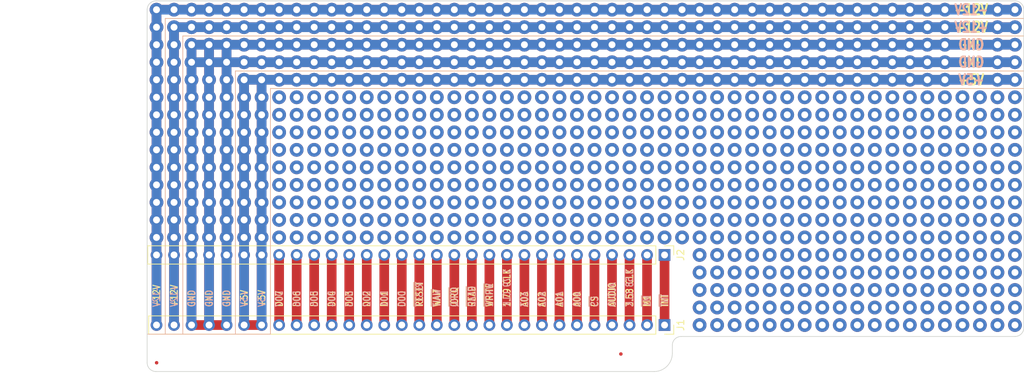
<source format=kicad_pcb>
(kicad_pcb (version 20211014) (generator pcbnew)
  (title_block (title "SD Card Expansion & More! for NABU") (date "2023-04-25") (rev "1.1"))
  (layers (0 "F.Cu" signal) (31 "B.Cu" signal) (34 "B.Paste" user) (35 "F.Paste" user) (36 "B.SilkS" user "B.Silkscreen") (37 "F.SilkS" user "F.Silkscreen") (38 "B.Mask" user) (39 "F.Mask" user) (44 "Edge.Cuts" user))
  (net 0 "")
  (net 1 "/A0")
  (net 2 "/A1")
  (net 3 "/A2")
  (net 4 "/A3")
  (net 5 "/{slash}M1")
  (net 6 "/{slash}RD")
  (net 7 "/{slash}WR")
  (net 8 "+5V")
  (net 9 "GND")
  (net 10 "/{slash}CS")
  (net 11 "/{slash}INT")
  (net 12 "+12V")
  (net 13 "-12V")
  (net 14 "/D0")
  (net 15 "/D1")
  (net 16 "/D2")
  (net 17 "/D3")
  (net 18 "/D4")
  (net 19 "/D5")
  (net 20 "/D6")
  (net 21 "/D7")
  (net 22 "/{slash}IORQ")
  (net 23 "/{slash}WAIT")
  (net 24 "/3.58")
  (net 25 "/AUDIO")
  (net 26 "/1.79")
  (net 27 "/{slash}RST")
  (footprint "Connector_PinHeader_2.54mm:PinHeader_1x30_P2.54mm_Vertical" (layer "F.Cu") (at 116.315 84.008 -90)
    (fp_text reference "J2")
    (fp_text value "Conn_01x30")
  )
  (footprint "Fiducial:Fiducial_0.5mm_Mask1mm" (layer "F.Cu") (at 42.6701 99.6379)
    (fp_text reference "REF2" hide)
    (fp_text value "Fiducial_0.5mm_Mask1mm")
  )
  (footprint "Connector_PinSocket_2.54mm:PinSocket_1x30_P2.54mm_Vertical" (layer "F.Cu") (at 116.315 94.168 -90)
    (fp_text reference "J1")
    (fp_text value "Nabu Expansion Slot")
  )
  (footprint "MountingHole:MountingHole_2mm" (layer "F.Cu") (at 114.81 98.278)
    (fp_text reference "REF4" hide)
    (fp_text value "MountingHole_2mm")
  )
  (footprint "Nabu-Proto:Protoboard_50x19" (layer "F.Cu") (at 116.315 81.468)
    (fp_text reference "REF**" hide)
    (fp_text value "Protoboard_50x19" hide)
  )
  (footprint "MountingHole:MountingHole_2mm" (layer "F.Cu") (at 45.805 98.278)
    (fp_text reference "REF3" hide)
    (fp_text value "MountingHole_2mm")
  )
  (footprint "Fiducial:Fiducial_0.5mm_Mask1mm" (layer "F.Cu") (at 109.98 98.368)
    (fp_text reference "REF1" hide)
    (fp_text value "Fiducial_0.5mm_Mask1mm" hide)
  )
  (gr_line (start 46.465 95.498) (end 46.465 52.258) (layer "B.SilkS") (width 0.1))
  (gr_line (start 46.465 52.258) (end 168.385 52.258) (layer "B.SilkS") (width 0.1))
  (gr_line (start 54.085 95.498) (end 54.085 57.338) (layer "B.SilkS") (width 0.1))
  (gr_line (start 59.165 95.498) (end 59.165 59.878) (layer "B.SilkS") (width 0.1))
  (gr_line (start 59.165 95.498) (end 41.3 95.498) (layer "B.SilkS") (width 0.1))
  (gr_line (start 54.085 57.338) (end 168.385 57.338) (layer "B.SilkS") (width 0.1))
  (gr_line (start 43.925 49.718) (end 168.385 49.718) (layer "B.SilkS") (width 0.1))
  (gr_line (start 59.165 59.878) (end 168.385 59.878) (layer "B.SilkS") (width 0.1))
  (gr_line (start 43.925 95.498) (end 43.925 49.718) (layer "B.SilkS") (width 0.1))
  (gr_line (start 43.925 95.498) (end 43.925 49.718) (layer "F.SilkS") (width 0.1))
  (gr_line (start 59.165 95.498) (end 59.165 59.878) (layer "F.SilkS") (width 0.1))
  (gr_line (start 54.085 95.498) (end 54.085 57.338) (layer "F.SilkS") (width 0.1))
  (gr_line (start 43.925 49.718) (end 168.385 49.718) (layer "F.SilkS") (width 0.1))
  (gr_line (start 46.465 95.498) (end 46.465 52.258) (layer "F.SilkS") (width 0.1))
  (gr_line (start 46.465 52.258) (end 168.385 52.258) (layer "F.SilkS") (width 0.1))
  (gr_line (start 54.085 57.338) (end 168.385 57.338) (layer "F.SilkS") (width 0.1))
  (gr_line (start 59.165 59.878) (end 168.385 59.878) (layer "F.SilkS") (width 0.1))
  (gr_line (start 168.4 48.448) (end 168.4 94.558) (layer "Edge.Cuts") (width 0.1))
  (gr_line (start 42.57 100.908) (end 114.81 100.908) (layer "Edge.Cuts") (width 0.1))
  (gr_arc (start 42.57 100.908) (mid 41.671994 100.535998) (end 41.3 99.638) (layer "Edge.Cuts") (width 0.1))
  (gr_line (start 41.3 48.448) (end 41.3 99.638) (layer "Edge.Cuts") (width 0.1))
  (gr_line (start 118.71 95.828) (end 167.13 95.828) (layer "Edge.Cuts") (width 0.1))
  (gr_arc (start 168.4 94.558) (mid 168.028026 95.456026) (end 167.13 95.828) (layer "Edge.Cuts") (width 0.1))
  (gr_arc (start 117.44 98.278) (mid 116.669682 100.137674) (end 114.81 100.908) (layer "Edge.Cuts") (width 0.1))
  (gr_line (start 117.44 97.098) (end 117.44 98.278) (layer "Edge.Cuts") (width 0.1))
  (gr_arc (start 117.44 97.098) (mid 117.811965 96.199958) (end 118.71 95.828) (layer "Edge.Cuts") (width 0.1))
  (gr_line (start 42.57 47.178) (end 167.13 47.178) (layer "Edge.Cuts") (width 0.1))
  (gr_arc (start 167.13 47.178) (mid 168.028016 47.550002) (end 168.4 48.448) (layer "Edge.Cuts") (width 0.1))
  (gr_arc (start 41.3 48.448) (mid 41.671965 47.549984) (end 42.57 47.178) (layer "Edge.Cuts") (width 0.1))
  (gr_text "GND" (at 52.83 91.628026 90) (layer "B.SilkS") (effects (font (size 1 0.8)) (justify right mirror)))
  (gr_text "D07" (at 60.45 91.628026 90) (layer "B.SilkS") (effects (font (size 1 0.8)) (justify right mirror)))
  (gr_text "~{M1}" (at 113.79 91.628026 90) (layer "B.SilkS") (effects (font (size 1 0.8)) (justify right mirror)))
  (gr_text "3.58 CLK" (at 111.25 91.628026 90) (layer "B.SilkS") (effects (font (size 1 0.8)) (justify right mirror)))
  (gr_text "GND" (at 47.75 91.628026 90) (layer "B.SilkS") (effects (font (size 1 0.8)) (justify right mirror)))
  (gr_text "+12V" (at 160.78 50.988) (layer "B.SilkS") (effects (font (size 1.5 1.2) (thickness 0.3)) (justify mirror)))
  (gr_text "D01" (at 75.69 91.628026 90) (layer "B.SilkS") (effects (font (size 1 0.8)) (justify right mirror)))
  (gr_text "A01" (at 101.09 91.628026 90) (layer "B.SilkS") (effects (font (size 1 0.8)) (justify right mirror)))
  (gr_text "~{WRITE}" (at 90.93 91.628026 90) (layer "B.SilkS") (effects (font (size 1 0.8)) (justify right mirror)))
  (gr_text "~{READ}" (at 88.39 91.628026 90) (layer "B.SilkS") (effects (font (size 1 0.8)) (justify right mirror)))
  (gr_text "+5V" (at 55.37 91.628026 90) (layer "B.SilkS") (effects (font (size 1 0.8)) (justify right mirror)))
  (gr_text "~{CS}" (at 106.17 91.628026 90) (layer "B.SilkS") (effects (font (size 1 0.8)) (justify right mirror)))
  (gr_text "D06" (at 62.99 91.628026 90) (layer "B.SilkS") (effects (font (size 1 0.8)) (justify right mirror)))
  (gr_text "~{RESET}" (at 80.77 91.628026 90) (layer "B.SilkS") (effects (font (size 1 0.8)) (justify right mirror)))
  (gr_text "+12V" (at 45.21 91.628026 90) (layer "B.SilkS") (effects (font (size 1 0.8)) (justify right mirror)))
  (gr_text "1.79 CLK" (at 93.47 91.628026 90) (layer "B.SilkS") (effects (font (size 1 0.8)) (justify right mirror)))
  (gr_text "~{WAIT}" (at 83.31 91.628026 90) (layer "B.SilkS") (effects (font (size 1 0.8)) (justify right mirror)))
  (gr_text "A00" (at 103.63 91.628026 90) (layer "B.SilkS") (effects (font (size 1 0.8)) (justify right mirror)))
  (gr_text "GND" (at 160.78 53.528) (layer "B.SilkS") (effects (font (size 1.5 1.2) (thickness 0.3)) (justify mirror)))
  (gr_text "A03" (at 96.01 91.628026 90) (layer "B.SilkS") (effects (font (size 1 0.8)) (justify right mirror)))
  (gr_text "AUDIO" (at 108.71 91.628026 90) (layer "B.SilkS") (effects (font (size 1 0.8)) (justify right mirror)))
  (gr_text "-12V" (at 160.78 48.448) (layer "B.SilkS") (effects (font (size 1.5 1.2) (thickness 0.3)) (justify mirror)))
  (gr_text "D00" (at 78.23 91.628026 90) (layer "B.SilkS") (effects (font (size 1 0.8)) (justify right mirror)))
  (gr_text "A02" (at 98.55 91.628026 90) (layer "B.SilkS") (effects (font (size 1 0.8)) (justify right mirror)))
  (gr_text "GND" (at 50.29 91.628026 90) (layer "B.SilkS") (effects (font (size 1 0.8)) (justify right mirror)))
  (gr_text "-12V" (at 42.67 91.628026 90) (layer "B.SilkS") (effects (font (size 1 0.8)) (justify right mirror)))
  (gr_text "~{INT}" (at 116.33 91.628026 90) (layer "B.SilkS") (effects (font (size 1 0.8)) (justify right mirror)))
  (gr_text "+5V" (at 57.91 91.628026 90) (layer "B.SilkS") (effects (font (size 1 0.8)) (justify right mirror)))
  (gr_text "D03" (at 70.61 91.628026 90) (layer "B.SilkS") (effects (font (size 1 0.8)) (justify right mirror)))
  (gr_text "GND" (at 160.78 56.068) (layer "B.SilkS") (effects (font (size 1.5 1.2) (thickness 0.3)) (justify mirror)))
  (gr_text "D04" (at 68.07 91.628026 90) (layer "B.SilkS") (effects (font (size 1 0.8)) (justify right mirror)))
  (gr_text "D05" (at 65.53 91.628026 90) (layer "B.SilkS") (effects (font (size 1 0.8)) (justify right mirror)))
  (gr_text "+5V" (at 160.78 58.608) (layer "B.SilkS") (effects (font (size 1.5 1.2) (thickness 0.3)) (justify mirror)))
  (gr_text "~{IORQ}" (at 85.85 91.628026 90) (layer "B.SilkS") (effects (font (size 1 0.8)) (justify right mirror)))
  (gr_text "D02" (at 73.15 91.628026 90) (layer "B.SilkS") (effects (font (size 1 0.8)) (justify right mirror)))
  (gr_text "+5V" (at 57.91 91.628026 90) (layer "F.SilkS") (effects (font (size 1 0.8)) (justify left)))
  (gr_text "+5V" (at 160.78 58.608) (layer "F.SilkS") (effects (font (size 1.5 1.2) (thickness 0.3))))
  (gr_text "~{RESET}" (at 80.77 91.628026 90) (layer "F.SilkS") (effects (font (size 1 0.8)) (justify left)))
  (gr_text "GND" (at 50.29 91.628026 90) (layer "F.SilkS") (effects (font (size 1 0.8)) (justify left)))
  (gr_text "D00" (at 78.23 91.628026 90) (layer "F.SilkS") (effects (font (size 1 0.8)) (justify left)))
  (gr_text "+12V" (at 45.21 91.628026 90) (layer "F.SilkS") (effects (font (size 1 0.8)) (justify left)))
  (gr_text "D06" (at 62.99 91.628026 90) (layer "F.SilkS") (effects (font (size 1 0.8)) (justify left)))
  (gr_text "D03" (at 70.61 91.628026 90) (layer "F.SilkS") (effects (font (size 1 0.8)) (justify left)))
  (gr_text "D01" (at 75.69 91.628026 90) (layer "F.SilkS") (effects (font (size 1 0.8)) (justify left)))
  (gr_text "~{CS}" (at 106.17 91.628026 90) (layer "F.SilkS") (effects (font (size 1 0.8)) (justify left)))
  (gr_text "A01" (at 101.09 91.628026 90) (layer "F.SilkS") (effects (font (size 1 0.8)) (justify left)))
  (gr_text "-12V" (at 160.78 48.448) (layer "F.SilkS") (effects (font (size 1.5 1.2) (thickness 0.3))))
  (gr_text "+5V" (at 55.37 91.628026 90) (layer "F.SilkS") (effects (font (size 1 0.8)) (justify left)))
  (gr_text "~{READ}" (at 88.39 91.628026 90) (layer "F.SilkS") (effects (font (size 1 0.8)) (justify left)))
  (gr_text "GND" (at 160.78 53.528) (layer "F.SilkS") (effects (font (size 1.5 1.2) (thickness 0.3))))
  (gr_text "~{M1}" (at 113.79 91.628026 90) (layer "F.SilkS") (effects (font (size 1 0.8)) (justify left)))
  (gr_text "GND" (at 52.83 91.628026 90) (layer "F.SilkS") (effects (font (size 1 0.8)) (justify left)))
  (gr_text "D04" (at 68.07 91.628026 90) (layer "F.SilkS") (effects (font (size 1 0.8)) (justify left)))
  (gr_text "D02" (at 73.15 91.628026 90) (layer "F.SilkS") (effects (font (size 1 0.8)) (justify left)))
  (gr_text "A00" (at 103.63 91.628026 90) (layer "F.SilkS") (effects (font (size 1 0.8)) (justify left)))
  (gr_text "A02" (at 98.55 91.628026 90) (layer "F.SilkS") (effects (font (size 1 0.8)) (justify left)))
  (gr_text "1.79 CLK" (at 93.47 91.628026 90) (layer "F.SilkS") (effects (font (size 1 0.8)) (justify left)))
  (gr_text "-12V" (at 42.67 91.628026 90) (layer "F.SilkS") (effects (font (size 1 0.8)) (justify left)))
  (gr_text "~{IORQ}" (at 85.85 91.628026 90) (layer "F.SilkS") (effects (font (size 1 0.8)) (justify left)))
  (gr_text "3.58 CLK" (at 111.25 91.628026 90) (layer "F.SilkS") (effects (font (size 1 0.8)) (justify left)))
  (gr_text "D05" (at 65.53 91.628026 90) (layer "F.SilkS") (effects (font (size 1 0.8)) (justify left)))
  (gr_text "GND" (at 160.78 56.068) (layer "F.SilkS") (effects (font (size 1.5 1.2) (thickness 0.3))))
  (gr_text "A03" (at 96.01 91.628026 90) (layer "F.SilkS") (effects (font (size 1 0.8)) (justify left)))
  (gr_text "~{INT}" (at 116.33 91.628026 90) (layer "F.SilkS") (effects (font (size 1 0.8)) (justify left)))
  (gr_text "D07" (at 60.45 91.628026 90) (layer "F.SilkS") (effects (font (size 1 0.8)) (justify left)))
  (gr_text "GND" (at 47.75 91.628026 90) (layer "F.SilkS") (effects (font (size 1 0.8)) (justify left)))
  (gr_text "AUDIO" (at 108.71 91.628026 90) (layer "F.SilkS") (effects (font (size 1 0.8)) (justify left)))
  (gr_text "+12V" (at 160.78 50.988) (layer "F.SilkS") (effects (font (size 1.5 1.2) (thickness 0.3))))
  (gr_text "~{WRITE}" (at 90.93 91.628026 90) (layer "F.SilkS") (effects (font (size 1 0.8)) (justify left)))
  (gr_text "~{WAIT}" (at 83.31 91.628026 90) (layer "F.SilkS") (effects (font (size 1 0.8)) (justify left)))
  (segment (start 103.615 94.168) (end 103.615 84.008) (width 1.4) (layer "F.Cu") (net 1))
  (segment (start 101.075 94.168) (end 101.075 84.008) (width 1.4) (layer "F.Cu") (net 2))
  (segment (start 98.535 94.168) (end 98.535 84.008) (width 1.4) (layer "F.Cu") (net 3))
  (segment (start 95.995 94.168) (end 95.995 84.008) (width 1.4) (layer "F.Cu") (net 4))
  (segment (start 113.775 94.168) (end 113.775 84.008) (width 1.4) (layer "F.Cu") (net 5))
  (segment (start 88.375 94.168) (end 88.375 84.008) (width 1.4) (layer "F.Cu") (net 6))
  (segment (start 90.915 94.168) (end 90.915 84.008) (width 1.4) (layer "F.Cu") (net 7))
  (segment (start 55.37 58.608) (end 167.13 58.608) (width 1.4) (layer "F.Cu") (net 8))
  (segment (start 55.355 94.168) (end 55.355 58.608) (width 1.4) (layer "F.Cu") (net 8))
  (segment (start 55.355 94.168) (end 57.895 94.168) (width 1.4) (layer "F.Cu") (net 8))
  (segment (start 57.895 94.168) (end 57.895 58.608) (width 1.4) (layer "F.Cu") (net 8))
  (segment (start 57.895 94.168) (end 57.895 58.608) (width 1.4) (layer "B.Cu") (net 8))
  (segment (start 55.34 58.608) (end 167.115 58.608) (width 1.4) (layer "B.Cu") (net 8))
  (segment (start 55.355 94.168) (end 55.355 58.608) (width 1.4) (layer "B.Cu") (net 8))
  (segment (start 52.815 94.168) (end 52.815 53.528) (width 1.4) (layer "F.Cu") (net 9))
  (segment (start 47.735 94.168) (end 47.735 53.528) (width 1.4) (layer "F.Cu") (net 9))
  (segment (start 47.735 56.068) (end 167.115 56.068) (width 1.4) (layer "F.Cu") (net 9))
  (segment (start 47.735 53.528) (end 167.115 53.528) (width 1.4) (layer "F.Cu") (net 9))
  (segment (start 47.735 94.168) (end 52.815 94.168) (width 1.4) (layer "F.Cu") (net 9))
  (segment (start 50.275 94.168) (end 50.275 53.528) (width 1.4) (layer "F.Cu") (net 9))
  (segment (start 47.735 56.068) (end 167.115 56.068) (width 1.4) (layer "B.Cu") (net 9))
  (segment (start 52.815 94.168) (end 52.815 53.528) (width 1.4) (layer "B.Cu") (net 9))
  (segment (start 47.735 53.528) (end 167.115 53.528) (width 1.4) (layer "B.Cu") (net 9))
  (segment (start 47.735 94.168) (end 47.735 53.528) (width 1.4) (layer "B.Cu") (net 9))
  (segment (start 50.275 94.168) (end 50.275 53.528) (width 1.4) (layer "B.Cu") (net 9))
  (segment (start 106.155 94.168) (end 106.155 84.008) (width 1.4) (layer "F.Cu") (net 10))
  (segment (start 116.315 94.168) (end 116.315 84.008) (width 1.4) (layer "F.Cu") (net 11))
  (segment (start 45.195 50.988) (end 167.115 50.988) (width 1.4) (layer "F.Cu") (net 12))
  (segment (start 45.195 94.168) (end 45.195 50.988) (width 1.4) (layer "F.Cu") (net 12))
  (segment (start 45.195 94.168) (end 45.195 50.988) (width 1.4) (layer "B.Cu") (net 12))
  (segment (start 45.195 50.988) (end 167.115 50.988) (width 1.4) (layer "B.Cu") (net 12))
  (segment (start 42.655 48.448) (end 167.115 48.448) (width 1.4) (layer "F.Cu") (net 13))
  (segment (start 42.655 94.168) (end 42.655 48.448) (width 1.4) (layer "F.Cu") (net 13))
  (segment (start 42.655 48.448) (end 167.115 48.448) (width 1.4) (layer "B.Cu") (net 13))
  (segment (start 42.655 94.167974) (end 42.655 48.448) (width 1.4) (layer "B.Cu") (net 13))
  (segment (start 78.215 94.168) (end 78.215 84.008) (width 1.4) (layer "F.Cu") (net 14))
  (segment (start 75.675 94.168) (end 75.675 84.008) (width 1.4) (layer "F.Cu") (net 15))
  (segment (start 73.135 94.168) (end 73.135 84.008) (width 1.4) (layer "F.Cu") (net 16))
  (segment (start 70.595 94.168) (end 70.595 84.008) (width 1.4) (layer "F.Cu") (net 17))
  (segment (start 68.055 94.168) (end 68.055 84.008) (width 1.4) (layer "F.Cu") (net 18))
  (segment (start 65.515 94.168) (end 65.515 84.008) (width 1.4) (layer "F.Cu") (net 19))
  (segment (start 62.975 94.168) (end 62.975 84.008) (width 1.4) (layer "F.Cu") (net 20))
  (segment (start 60.435 94.168) (end 60.435 84.008) (width 1.4) (layer "F.Cu") (net 21))
  (segment (start 85.835 94.168) (end 85.835 84.008) (width 1.4) (layer "F.Cu") (net 22))
  (segment (start 83.295 94.168) (end 83.295 84.008) (width 1.4) (layer "F.Cu") (net 23))
  (segment (start 111.235 94.168) (end 111.235 84.008) (width 1.4) (layer "F.Cu") (net 24))
  (segment (start 108.695 94.168) (end 108.695 84.008) (width 1.4) (layer "F.Cu") (net 25))
  (segment (start 93.455 94.168) (end 93.455 84.008) (width 1.4) (layer "F.Cu") (net 26))
  (segment (start 80.755 94.168) (end 80.755 84.008) (width 1.4) (layer "F.Cu") (net 27))
)
</source>
